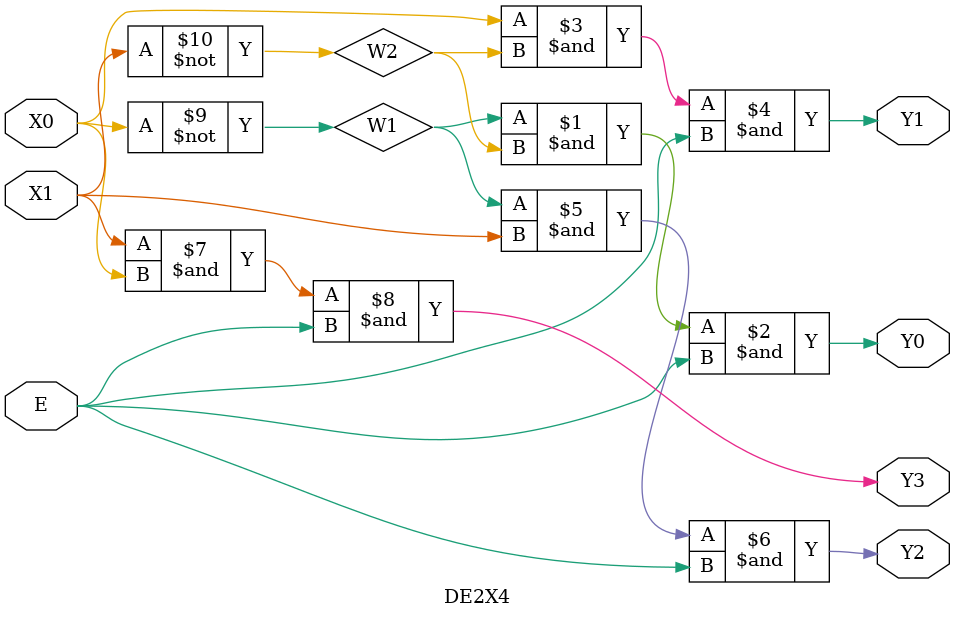
<source format=v>
`timescale 1ns / 1ps


module DE2X4(Y3,Y2,Y1,Y0,X1,X0,E);
output Y3,Y2,Y1,Y0;
input X1,X0,E;
wire W1,W2;
not G1(W1,X0);
not G2(W2,X1);
and G3(Y0,W1,W2,E);
and G4(Y1,X0,W2,E);
and G5(Y2,W1,X1,E);
and G6(Y3,X1,X0,E);



endmodule

</source>
